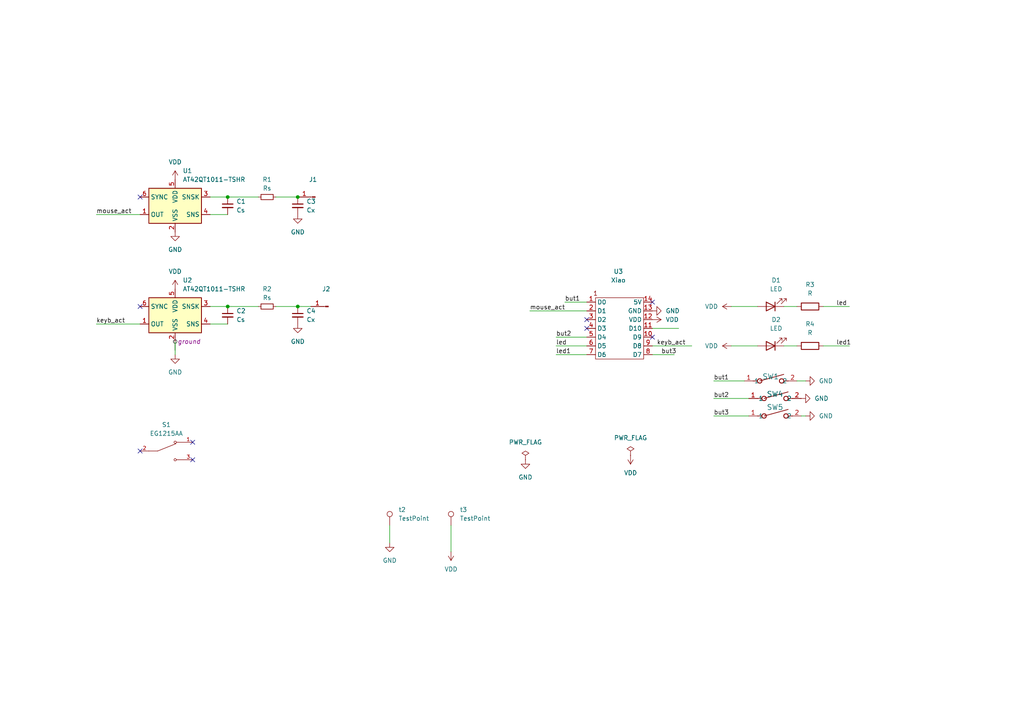
<source format=kicad_sch>
(kicad_sch (version 20230121) (generator eeschema)
  (paper "A4")
  (lib_symbols
    (symbol "Connector:Conn_01x01_Pin" (pin_names (offset 1.016) hide)
      (property "Reference" "J" (at 0 2.54 0))
      (property "Value" "Conn_01x01_Pin" (at 0 -2.54 0))
      (symbol "Conn_01x01_Pin_1_1"
        (polyline (pts (xy 1.27 0) (xy 0.8636 0)) (stroke (width 0.1524)))
        (rectangle (start 0.8636 0.127) (end 0 -0.127) (stroke (width 0.1524)) (fill (type outline)))
        (pin passive line (at 5.08 0 180) (length 3.81) (name "Pin_1") (number "1"))
      )
    )
    (symbol "Connector:TestPoint" (pin_numbers hide) (pin_names (offset 0.762) hide)
      (property "Reference" "TP" (at 0 6.858 0))
      (property "Value" "TestPoint" (at 0 5.08 0))
      (symbol "TestPoint_0_1"
        (circle (center 0 3.302) (radius 0.762))
      )
      (symbol "TestPoint_1_1"
        (pin passive line (at 0 0 90) (length 2.54) (name "1") (number "1"))
      )
    )
    (symbol "Device:C_Small" (pin_numbers hide) (pin_names (offset 0.254) hide)
      (property "Reference" "C" (at 0.254 1.778 0))
      (property "Value" "C_Small" (at 0.254 -2.032 0))
      (symbol "C_Small_0_1"
        (polyline (pts (xy -1.524 -0.508) (xy 1.524 -0.508)) (stroke (width 0.3302)))
        (polyline (pts (xy -1.524 0.508) (xy 1.524 0.508)) (stroke (width 0.3048)))
      )
      (symbol "C_Small_1_1"
        (pin passive line (at 0 2.54 270) (length 2.032) (name "~") (number "1"))
        (pin passive line (at 0 -2.54 90) (length 2.032) (name "~") (number "2"))
      )
    )
    (symbol "Device:LED" (pin_numbers hide) (pin_names (offset 1.016) hide)
      (property "Reference" "D" (at 0 2.54 0))
      (property "Value" "LED" (at 0 -2.54 0))
      (symbol "LED_0_1"
        (polyline (pts (xy -1.27 -1.27) (xy -1.27 1.27)) (stroke (width 0.254)))
        (polyline (pts (xy -1.27 0) (xy 1.27 0)))
        (polyline (pts (xy 1.27 -1.27) (xy 1.27 1.27) (xy -1.27 0) (xy 1.27 -1.27)) (stroke (width 0.254)))
        (polyline (pts (xy -3.048 -0.762) (xy -4.572 -2.286) (xy -3.81 -2.286) (xy -4.572 -2.286) (xy -4.572 -1.524)))
        (polyline (pts (xy -1.778 -0.762) (xy -3.302 -2.286) (xy -2.54 -2.286) (xy -3.302 -2.286) (xy -3.302 -1.524)))
      )
      (symbol "LED_1_1"
        (pin passive line (at -3.81 0 0) (length 2.54) (name "K") (number "1"))
        (pin passive line (at 3.81 0 180) (length 2.54) (name "A") (number "2"))
      )
    )
    (symbol "Device:R" (pin_numbers hide) (pin_names (offset 0))
      (property "Reference" "R" (at 2.032 0 90))
      (property "Value" "R" (at 0 0 90))
      (symbol "R_0_1"
        (rectangle (start -1.016 -2.54) (end 1.016 2.54) (stroke (width 0.254)))
      )
      (symbol "R_1_1"
        (pin passive line (at 0 3.81 270) (length 1.27) (name "~") (number "1"))
        (pin passive line (at 0 -3.81 90) (length 1.27) (name "~") (number "2"))
      )
    )
    (symbol "Device:R_Small" (pin_numbers hide) (pin_names (offset 0.254) hide)
      (property "Reference" "R" (at 0.762 0.508 0))
      (property "Value" "R_Small" (at 0.762 -1.016 0))
      (symbol "R_Small_0_1"
        (rectangle (start -0.762 1.778) (end 0.762 -1.778) (stroke (width 0.2032)))
      )
      (symbol "R_Small_1_1"
        (pin passive line (at 0 2.54 270) (length 0.762) (name "~") (number "1"))
        (pin passive line (at 0 -2.54 90) (length 0.762) (name "~") (number "2"))
      )
    )
    (symbol "EG1215AA:EG1215AA" (pin_names (offset 1.016))
      (property "Reference" "S" (at -2.54 5.08 0))
      (property "Value" "EG1215AA" (at -2.54 -5.08 0))
      (symbol "EG1215AA_0_0"
        (polyline (pts (xy -2.54 0) (xy -5.08 0)) (stroke (width 0.1524)))
        (polyline (pts (xy -2.54 0) (xy 2.794 2.1336)) (stroke (width 0.1524)))
        (polyline (pts (xy 5.08 -2.54) (xy 2.921 -2.54)) (stroke (width 0.1524)))
        (polyline (pts (xy 5.08 2.54) (xy 2.921 2.54)) (stroke (width 0.1524)))
        (circle (center 2.54 -2.54) (radius 0.3302) (stroke (width 0.1524)))
        (circle (center 2.54 2.54) (radius 0.3302) (stroke (width 0.1524)))
        (pin passive line (at 7.62 2.54 180) (length 2.54) (name "~") (number "1"))
        (pin passive line (at -7.62 0 0) (length 2.54) (name "~") (number "2"))
        (pin passive line (at 7.62 -2.54 180) (length 2.54) (name "~") (number "3"))
      )
    )
    (symbol "Sensor_Touch:AT42QT1011-TSHR"
      (property "Reference" "U" (at -2.54 8.255 0))
      (property "Value" "AT42QT1011-TSHR" (at -2.54 6.35 0))
      (symbol "AT42QT1011-TSHR_0_1"
        (rectangle (start -7.62 5.08) (end 7.62 -5.08) (stroke (width 0.254)) (fill (type background)))
      )
      (symbol "AT42QT1011-TSHR_1_1"
        (pin output line (at -10.16 -2.54 0) (length 2.54) (name "OUT") (number "1"))
        (pin power_in line (at 0 -7.62 90) (length 2.54) (name "VSS") (number "2"))
        (pin passive line (at 10.16 2.54 180) (length 2.54) (name "SNSK") (number "3"))
        (pin passive line (at 10.16 -2.54 180) (length 2.54) (name "SNS") (number "4"))
        (pin power_in line (at 0 7.62 270) (length 2.54) (name "VDD") (number "5"))
        (pin input line (at -10.16 2.54 0) (length 2.54) (name "SYNC") (number "6"))
      )
    )
    (symbol "ken:seeed_xiao_rev"
      (property "Reference" "U3" (at 6.627 7.62 0))
      (property "Value" "Xiao" (at 6.627 5.08 0))
      (symbol "seeed_xiao_rev_0_1"
        (rectangle (start 0 0) (end 13.97 -17.78))
      )
      (symbol "seeed_xiao_rev_1_1"
        (text "1" (at 0 1.27 0) (effects (font (size 1.27 1.27))))
        (pin passive line (at -2.54 -1.27 0) (length 2.54) (name "D0") (number "1"))
        (pin passive line (at 16.51 -11.43 180) (length 2.54) (name "D9") (number "10"))
        (pin passive line (at 16.51 -8.89 180) (length 2.54) (name "D10") (number "11"))
        (pin power_out line (at 16.51 -6.35 180) (length 2.54) (name "VDD") (number "12"))
        (pin power_in line (at 16.51 -3.81 180) (length 2.54) (name "GND") (number "13"))
        (pin input line (at 16.51 -1.27 180) (length 2.54) (name "5V") (number "14"))
        (pin passive line (at -2.54 -3.81 0) (length 2.54) (name "D1") (number "2"))
        (pin passive line (at -2.54 -6.35 0) (length 2.54) (name "D2") (number "3"))
        (pin passive line (at -2.54 -8.89 0) (length 2.54) (name "D3") (number "4"))
        (pin passive line (at -2.54 -11.43 0) (length 2.54) (name "D4") (number "5"))
        (pin passive line (at -2.54 -13.97 0) (length 2.54) (name "D5") (number "6"))
        (pin passive line (at -2.54 -16.51 0) (length 2.54) (name "D6") (number "7"))
        (pin passive line (at 16.51 -16.51 180) (length 2.54) (name "D7") (number "8"))
        (pin passive line (at 16.51 -13.97 180) (length 2.54) (name "D8") (number "9"))
      )
    )
    (symbol "power:GND" (power) (pin_names (offset 0))
      (property "Value" "GND" (at 0 -3.81 0))
      (symbol "GND_0_1"
        (polyline (pts (xy 0 0) (xy 0 -1.27) (xy 1.27 -1.27) (xy 0 -2.54) (xy -1.27 -1.27) (xy 0 -1.27)))
      )
      (symbol "GND_1_1"
        (pin power_in line (at 0 0 270) (length 0) hide (name "GND") (number "1"))
      )
    )
    (symbol "power:PWR_FLAG" (power) (pin_numbers hide) (pin_names (offset 0) hide)
      (property "Value" "PWR_FLAG" (at 0 3.81 0))
      (symbol "PWR_FLAG_0_0"
        (pin power_out line (at 0 0 90) (length 0) (name "pwr") (number "1"))
      )
      (symbol "PWR_FLAG_0_1"
        (polyline (pts (xy 0 0) (xy 0 1.27) (xy -1.016 1.905) (xy 0 2.54) (xy 1.016 1.905) (xy 0 1.27)))
      )
    )
    (symbol "power:VDD" (power) (pin_names (offset 0))
      (property "Value" "VDD" (at 0 3.81 0))
      (symbol "VDD_0_1"
        (polyline (pts (xy -0.762 1.27) (xy 0 2.54)))
        (polyline (pts (xy 0 0) (xy 0 2.54)))
        (polyline (pts (xy 0 2.54) (xy 0.762 1.27)))
      )
      (symbol "VDD_1_1"
        (pin power_in line (at 0 0 90) (length 0) hide (name "VDD") (number "1"))
      )
    )
    (symbol "push3x4.5:TL1015AF160QG" (pin_names (offset 0.254))
      (property "Reference" "SW" (at 0 3.81 0))
      (property "Value" "TL1015AF160QG" (at 0 0 0))
      (symbol "TL1015AF160QG_0_1"
        (circle (center -3.175 0) (radius 0.635) (stroke (width 0.254)))
        (polyline (pts (xy -5.08 0) (xy -3.81 0)) (stroke (width 0.2032)))
        (polyline (pts (xy -3.175 0) (xy 3.81 1.905)) (stroke (width 0.2032)))
        (polyline (pts (xy 5.08 0) (xy 3.81 0)) (stroke (width 0.2032)))
        (circle (center 3.175 0) (radius 0.635) (stroke (width 0.254)))
        (pin unspecified line (at -7.62 0 0) (length 2.54) (name "1") (number "1"))
        (pin unspecified line (at 7.62 0 180) (length 2.54) (name "2") (number "2"))
      )
    )
  )
  (junction (at 66.04 57.15))
  (junction (at 86.36 88.9))
  (junction (at 66.04 88.9))
  (junction (at 86.36 57.15))
  (no_connect (at 40.64 130.81))
  (no_connect (at 170.18 92.71))
  (no_connect (at 40.64 88.9))
  (no_connect (at 40.64 57.15))
  (no_connect (at 189.23 97.79))
  (no_connect (at 189.23 87.63))
  (no_connect (at 55.88 128.27))
  (no_connect (at 55.88 133.35))
  (no_connect (at 170.18 95.25))
  (wire (pts (xy 238.76 88.9) (xy 246.38 88.9)))
  (wire (pts (xy 238.76 100.33) (xy 246.38 100.33)))
  (wire (pts (xy 212.09 100.33) (xy 219.71 100.33)))
  (wire (pts (xy 161.29 102.87) (xy 170.18 102.87)))
  (wire (pts (xy 189.23 95.25) (xy 196.85 95.25)))
  (wire (pts (xy 207.01 115.57) (xy 217.17 115.57)))
  (wire (pts (xy 163.83 87.63) (xy 170.18 87.63)))
  (wire (pts (xy 212.09 88.9) (xy 219.71 88.9)))
  (wire (pts (xy 60.96 62.23) (xy 66.04 62.23)))
  (wire (pts (xy 60.96 88.9) (xy 66.04 88.9)))
  (wire (pts (xy 189.23 102.87) (xy 195.58 102.87)))
  (wire (pts (xy 60.96 57.15) (xy 66.04 57.15)))
  (wire (pts (xy 50.8 102.87) (xy 50.8 99.06)))
  (wire (pts (xy 153.67 90.17) (xy 170.18 90.17)))
  (wire (pts (xy 66.04 57.15) (xy 74.93 57.15)))
  (wire (pts (xy 233.68 120.65) (xy 232.41 120.65)))
  (wire (pts (xy 90.17 88.9) (xy 86.36 88.9)))
  (wire (pts (xy 27.94 93.98) (xy 40.64 93.98)))
  (wire (pts (xy 27.94 62.23) (xy 40.64 62.23)))
  (wire (pts (xy 227.33 88.9) (xy 231.14 88.9)))
  (wire (pts (xy 66.04 88.9) (xy 74.93 88.9)))
  (wire (pts (xy 207.01 120.65) (xy 217.17 120.65)))
  (wire (pts (xy 113.03 157.48) (xy 113.03 152.4)))
  (wire (pts (xy 80.01 57.15) (xy 86.36 57.15)))
  (wire (pts (xy 207.01 110.49) (xy 215.9 110.49)))
  (wire (pts (xy 227.33 100.33) (xy 231.14 100.33)))
  (wire (pts (xy 233.68 110.49) (xy 231.14 110.49)))
  (wire (pts (xy 161.29 97.79) (xy 170.18 97.79)))
  (wire (pts (xy 80.01 88.9) (xy 86.36 88.9)))
  (wire (pts (xy 130.81 160.02) (xy 130.81 152.4)))
  (wire (pts (xy 161.29 100.33) (xy 170.18 100.33)))
  (wire (pts (xy 60.96 93.98) (xy 66.04 93.98)))
  (wire (pts (xy 189.23 100.33) (xy 200.66 100.33)))
  (label "led1" (at 242.57 100.33 0))
  (label "keyb_act" (at 27.94 93.98 0))
  (label "led" (at 242.57 88.9 0))
  (label "but2" (at 161.29 97.79 0))
  (label "but3" (at 191.77 102.87 0))
  (label "but1" (at 207.01 110.49 0))
  (label "but1" (at 163.83 87.63 0))
  (label "keyb_act" (at 190.5 100.33 0))
  (label "led1" (at 161.29 102.87 0))
  (label "mouse_act" (at 153.67 90.17 0))
  (label "but2" (at 207.01 115.57 0))
  (label "mouse_act" (at 27.94 62.23 0))
  (label "but3" (at 207.01 120.65 0))
  (label "led" (at 161.29 100.33 0))
  (netclass_flag "" (length 2.54) (shape round) (at 50.8 101.6 0) (property "Netclass" "ground" (effects hide)))
  (netclass_flag "" (length 2.54) (shape round) (at 50.8 101.6 0) (property "Netclass" "ground" (at 51.4985 99.06 0) (effects (font italic) (justify left))))
  (symbol (lib_id "Device:C_Small") (at 86.36 91.44 0) (unit 1)
    (property "Reference" "C4" (at 88.9 90.1763 0) (effects (justify left)))
    (property "Value" "Cx" (at 88.9 92.7163 0) (effects (justify left)))
    (property "Footprint" "Capacitor_SMD:C_0402_1005Metric_Pad0.74x0.62mm_HandSolder" (effects hide))
  )
  (symbol (lib_id "Sensor_Touch:AT42QT1011-TSHR") (at 50.8 59.69 0) (unit 1)
    (property "Reference" "U1" (at 52.9941 49.53 0) (effects (justify left)))
    (property "Value" "AT42QT1011-TSHR" (at 52.9941 52.07 0) (effects (justify left)))
    (property "Footprint" "Package_TO_SOT_SMD:SOT-23-6" (effects hide))
    (property "Datasheet" "http://ww1.microchip.com/downloads/en/DeviceDoc/40001947A.pdf" (effects hide))
  )
  (symbol (lib_id "Device:R_Small") (at 77.47 88.9 90) (unit 1)
    (property "Reference" "R2" (at 77.47 83.82 90))
    (property "Value" "Rs" (at 77.47 86.36 90))
    (property "Footprint" "Resistor_SMD:R_0402_1005Metric_Pad0.72x0.64mm_HandSolder" (effects hide))
  )
  (symbol (lib_id "power:GND") (at 232.41 115.57 90) (unit 1)
    (property "Reference" "#PWR016" (effects hide))
    (property "Value" "GND" (at 236.22 115.57 90) (effects (justify right)))
  )
  (symbol (lib_id "Connector:TestPoint") (at 130.81 152.4 0) (unit 1)
    (property "Reference" "t3" (at 133.35 147.828 0) (effects (justify left)))
    (property "Value" "TestPoint" (at 133.35 150.368 0) (effects (justify left)))
    (property "Footprint" "TestPoint:TestPoint_Pad_D1.0mm" (effects hide))
  )
  (symbol (lib_id "Device:R") (at 234.95 88.9 90) (unit 1)
    (property "Reference" "R3" (at 234.95 82.55 90))
    (property "Value" "R" (at 234.95 85.09 90))
    (property "Footprint" "Resistor_SMD:R_0402_1005Metric_Pad0.72x0.64mm_HandSolder" (effects hide))
  )
  (symbol (lib_id "power:PWR_FLAG") (at 152.4 133.35 0) (unit 1)
    (property "Reference" "#FLG01" (effects hide))
    (property "Value" "PWR_FLAG" (at 152.4 128.27 0))
  )
  (symbol (lib_id "power:GND") (at 233.68 120.65 90) (unit 1)
    (property "Reference" "#PWR020" (effects hide))
    (property "Value" "GND" (at 237.49 120.65 90) (effects (justify right)))
  )
  (symbol (lib_id "power:VDD") (at 182.88 132.08 180) (unit 1)
    (property "Reference" "#PWR011" (effects hide))
    (property "Value" "VDD" (at 182.88 137.16 0))
  )
  (symbol (lib_id "Connector:TestPoint") (at 113.03 152.4 0) (unit 1)
    (property "Reference" "t2" (at 115.57 147.828 0) (effects (justify left)))
    (property "Value" "TestPoint" (at 115.57 150.368 0) (effects (justify left)))
    (property "Footprint" "TestPoint:TestPoint_Pad_D1.0mm" (effects hide))
  )
  (symbol (lib_id "power:VDD") (at 50.8 52.07 0) (unit 1)
    (property "Reference" "#PWR01" (effects hide))
    (property "Value" "VDD" (at 50.8 46.99 0))
  )
  (symbol (lib_id "push3x4.5:TL1015AF160QG") (at 224.79 115.57 0) (unit 1)
    (property "Reference" "SW4" (at 224.79 114.3 0) (effects (font (size 1.524 1.524))))
    (property "Value" "TL1015AF160QG" (effects hide))
    (property "Footprint" "push3x4.5:SW_F160QG_EWI" (effects hide))
    (property "Datasheet" "TL1015AF160QG" (effects hide))
  )
  (symbol (lib_id "Connector:Conn_01x01_Pin") (at 91.44 57.15 180) (unit 1)
    (property "Reference" "J1" (at 90.805 52.07 0))
    (property "Value" "Conn_01x01_Pin" (effects hide))
    (property "Footprint" "TestPoint:TestPoint_Pad_D1.0mm" (effects hide))
  )
  (symbol (lib_id "power:GND") (at 113.03 157.48 0) (unit 1)
    (property "Reference" "#PWR08" (effects hide))
    (property "Value" "GND" (at 113.03 162.56 0))
  )
  (symbol (lib_id "Device:C_Small") (at 66.04 91.44 0) (unit 1)
    (property "Reference" "C2" (at 68.58 90.1763 0) (effects (justify left)))
    (property "Value" "Cs" (at 68.58 92.7163 0) (effects (justify left)))
    (property "Footprint" "Capacitor_SMD:C_0402_1005Metric_Pad0.74x0.62mm_HandSolder" (effects hide))
  )
  (symbol (lib_id "Device:C_Small") (at 86.36 59.69 0) (unit 1)
    (property "Reference" "C3" (at 88.9 58.4263 0) (effects (justify left)))
    (property "Value" "Cx" (at 88.9 60.9663 0) (effects (justify left)))
    (property "Footprint" "Capacitor_SMD:C_0402_1005Metric_Pad0.74x0.62mm_HandSolder" (effects hide))
  )
  (symbol (lib_id "power:GND") (at 189.23 90.17 90) (unit 1)
    (property "Reference" "#PWR012" (effects hide))
    (property "Value" "GND" (at 193.04 90.17 90) (effects (justify right)))
  )
  (symbol (lib_id "power:GND") (at 50.8 67.31 0) (unit 1)
    (property "Reference" "#PWR02" (effects hide))
    (property "Value" "GND" (at 50.8 72.39 0))
  )
  (symbol (lib_id "power:VDD") (at 50.8 83.82 0) (unit 1)
    (property "Reference" "#PWR03" (effects hide))
    (property "Value" "VDD" (at 50.8 78.74 0))
  )
  (symbol (lib_id "power:VDD") (at 189.23 92.71 270) (unit 1)
    (property "Reference" "#PWR013" (effects hide))
    (property "Value" "VDD" (at 193.04 92.71 90) (effects (justify left)))
  )
  (symbol (lib_id "power:GND") (at 86.36 93.98 0) (unit 1)
    (property "Reference" "#PWR06" (effects hide))
    (property "Value" "GND" (at 86.36 99.06 0))
  )
  (symbol (lib_id "Device:LED") (at 223.52 88.9 180) (unit 1)
    (property "Reference" "D1" (at 225.1075 81.28 0))
    (property "Value" "LED" (at 225.1075 83.82 0))
    (property "Footprint" "LED_SMD:LED_0603_1608Metric_Pad1.05x0.95mm_HandSolder" (effects hide))
  )
  (symbol (lib_id "power:PWR_FLAG") (at 182.88 132.08 0) (unit 1)
    (property "Reference" "#FLG02" (effects hide))
    (property "Value" "PWR_FLAG" (at 182.88 127 0))
  )
  (symbol (lib_id "Device:C_Small") (at 66.04 59.69 0) (unit 1)
    (property "Reference" "C1" (at 68.58 58.4263 0) (effects (justify left)))
    (property "Value" "Cs" (at 68.58 60.9663 0) (effects (justify left)))
    (property "Footprint" "Capacitor_SMD:C_0402_1005Metric_Pad0.74x0.62mm_HandSolder" (effects hide))
  )
  (symbol (lib_id "push3x4.5:TL1015AF160QG") (at 224.79 120.65 0) (unit 1)
    (property "Reference" "SW5" (at 224.79 118.11 0) (effects (font (size 1.524 1.524))))
    (property "Value" "TL1015AF160QG" (effects hide))
    (property "Footprint" "push3x4.5:SW_F160QG_EWI" (effects hide))
    (property "Datasheet" "TL1015AF160QG" (effects hide))
  )
  (symbol (lib_id "push3x4.5:TL1015AF160QG") (at 223.52 110.49 0) (unit 1)
    (property "Reference" "SW1" (at 223.52 109.22 0) (effects (font (size 1.524 1.524))))
    (property "Value" "TL1015AF160QG" (effects hide))
    (property "Footprint" "push3x4.5:SW_F160QG_EWI" (effects hide))
    (property "Datasheet" "TL1015AF160QG" (effects hide))
  )
  (symbol (lib_id "Connector:Conn_01x01_Pin") (at 95.25 88.9 180) (unit 1)
    (property "Reference" "J2" (at 94.615 83.82 0))
    (property "Value" "Conn_01x01_Pin" (effects hide))
    (property "Footprint" "TestPoint:TestPoint_Pad_D1.0mm" (effects hide))
  )
  (symbol (lib_id "EG1215AA:EG1215AA") (at 48.26 130.81 0) (unit 1)
    (property "Reference" "S1" (at 48.26 123.19 0))
    (property "Value" "EG1215AA" (at 48.26 125.73 0))
    (property "Footprint" "seeed:SW_EG1215AA_no_hold" (effects hide))
    (property "PARTREV" "A" (effects hide))
    (property "STANDARD" "Manufacturer Recommendations" (effects hide))
    (property "MAXIMUM_PACKAGE_HEIGHT" "1.40mm" (effects hide))
    (property "MANUFACTURER" "E Switch" (effects hide))
  )
  (symbol (lib_id "Device:R") (at 234.95 100.33 90) (unit 1)
    (property "Reference" "R4" (at 234.95 93.98 90))
    (property "Value" "R" (at 234.95 96.52 90))
    (property "Footprint" "Resistor_SMD:R_0402_1005Metric_Pad0.72x0.64mm_HandSolder" (effects hide))
  )
  (symbol (lib_id "Device:LED") (at 223.52 100.33 180) (unit 1)
    (property "Reference" "D2" (at 225.1075 92.71 0))
    (property "Value" "LED" (at 225.1075 95.25 0))
    (property "Footprint" "LED_SMD:LED_0603_1608Metric_Pad1.05x0.95mm_HandSolder" (effects hide))
  )
  (symbol (lib_id "power:VDD") (at 130.81 160.02 180) (unit 1)
    (property "Reference" "#PWR09" (effects hide))
    (property "Value" "VDD" (at 130.81 165.1 0))
  )
  (symbol (lib_id "power:GND") (at 233.68 110.49 90) (unit 1)
    (property "Reference" "#PWR019" (effects hide))
    (property "Value" "GND" (at 237.49 110.49 90) (effects (justify right)))
  )
  (symbol (lib_id "power:VDD") (at 212.09 88.9 90) (unit 1)
    (property "Reference" "#PWR014" (effects hide))
    (property "Value" "VDD" (at 208.28 88.9 90) (effects (justify left)))
  )
  (symbol (lib_id "Device:R_Small") (at 77.47 57.15 90) (unit 1)
    (property "Reference" "R1" (at 77.47 52.07 90))
    (property "Value" "Rs" (at 77.47 54.61 90))
    (property "Footprint" "Resistor_SMD:R_0402_1005Metric_Pad0.72x0.64mm_HandSolder" (effects hide))
  )
  (symbol (lib_id "power:GND") (at 152.4 133.35 0) (unit 1)
    (property "Reference" "#PWR010" (effects hide))
    (property "Value" "GND" (at 152.4 138.43 0))
  )
  (symbol (lib_id "ken:seeed_xiao_rev") (at 172.72 86.36 0) (unit 1)
    (property "Reference" "U3" (at 179.347 78.74 0))
    (property "Value" "Xiao" (at 179.347 81.28 0))
    (property "Footprint" "seeed:Seeed Xiao_actual_size_hold" (effects hide))
  )
  (symbol (lib_id "power:GND") (at 50.8 102.87 0) (unit 1)
    (property "Reference" "#PWR04" (effects hide))
    (property "Value" "GND" (at 50.8 107.95 0))
  )
  (symbol (lib_id "Sensor_Touch:AT42QT1011-TSHR") (at 50.8 91.44 0) (unit 1)
    (property "Reference" "U2" (at 52.9941 81.28 0) (effects (justify left)))
    (property "Value" "AT42QT1011-TSHR" (at 52.9941 83.82 0) (effects (justify left)))
    (property "Footprint" "Package_TO_SOT_SMD:SOT-23-6" (effects hide))
    (property "Datasheet" "http://ww1.microchip.com/downloads/en/DeviceDoc/40001947A.pdf" (effects hide))
  )
  (symbol (lib_id "power:VDD") (at 212.09 100.33 90) (unit 1)
    (property "Reference" "#PWR015" (effects hide))
    (property "Value" "VDD" (at 208.28 100.33 90) (effects (justify left)))
  )
  (symbol (lib_id "power:GND") (at 86.36 62.23 0) (unit 1)
    (property "Reference" "#PWR05" (effects hide))
    (property "Value" "GND" (at 86.36 67.31 0))
  )
)
</source>
